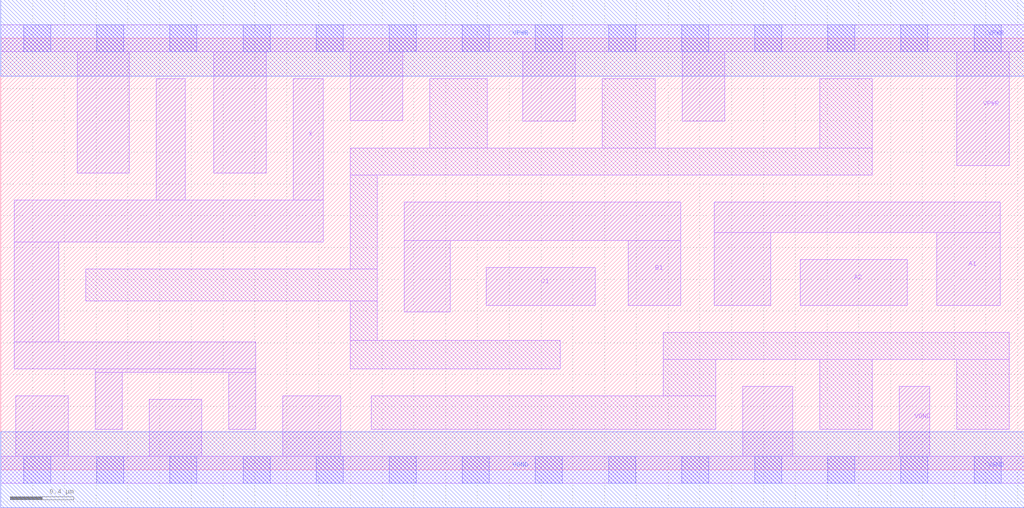
<source format=lef>
# Copyright 2020 The SkyWater PDK Authors
#
# Licensed under the Apache License, Version 2.0 (the "License");
# you may not use this file except in compliance with the License.
# You may obtain a copy of the License at
#
#     https://www.apache.org/licenses/LICENSE-2.0
#
# Unless required by applicable law or agreed to in writing, software
# distributed under the License is distributed on an "AS IS" BASIS,
# WITHOUT WARRANTIES OR CONDITIONS OF ANY KIND, either express or implied.
# See the License for the specific language governing permissions and
# limitations under the License.
#
# SPDX-License-Identifier: Apache-2.0

VERSION 5.7 ;
  NAMESCASESENSITIVE ON ;
  NOWIREEXTENSIONATPIN ON ;
  DIVIDERCHAR "/" ;
  BUSBITCHARS "[]" ;
UNITS
  DATABASE MICRONS 200 ;
END UNITS
MACRO sky130_fd_sc_hd__o211a_4
  CLASS CORE ;
  SOURCE USER ;
  FOREIGN sky130_fd_sc_hd__o211a_4 ;
  ORIGIN  0.000000  0.000000 ;
  SIZE  6.440000 BY  2.720000 ;
  SYMMETRY X Y R90 ;
  SITE unithd ;
  PIN A1
    ANTENNAGATEAREA  0.495000 ;
    DIRECTION INPUT ;
    USE SIGNAL ;
    PORT
      LAYER li1 ;
        RECT 4.490000 1.035000 4.845000 1.495000 ;
        RECT 4.490000 1.495000 6.290000 1.685000 ;
        RECT 5.890000 1.035000 6.290000 1.495000 ;
    END
  END A1
  PIN A2
    ANTENNAGATEAREA  0.495000 ;
    DIRECTION INPUT ;
    USE SIGNAL ;
    PORT
      LAYER li1 ;
        RECT 5.030000 1.035000 5.705000 1.325000 ;
    END
  END A2
  PIN B1
    ANTENNAGATEAREA  0.495000 ;
    DIRECTION INPUT ;
    USE SIGNAL ;
    PORT
      LAYER li1 ;
        RECT 2.540000 0.995000 2.830000 1.445000 ;
        RECT 2.540000 1.445000 4.280000 1.685000 ;
        RECT 3.950000 1.035000 4.280000 1.445000 ;
    END
  END B1
  PIN C1
    ANTENNAGATEAREA  0.495000 ;
    DIRECTION INPUT ;
    USE SIGNAL ;
    PORT
      LAYER li1 ;
        RECT 3.055000 1.035000 3.740000 1.275000 ;
    END
  END C1
  PIN X
    ANTENNADIFFAREA  0.911000 ;
    DIRECTION OUTPUT ;
    USE SIGNAL ;
    PORT
      LAYER li1 ;
        RECT 0.085000 0.635000 1.605000 0.805000 ;
        RECT 0.085000 0.805000 0.365000 1.435000 ;
        RECT 0.085000 1.435000 2.030000 1.700000 ;
        RECT 0.595000 0.255000 0.765000 0.615000 ;
        RECT 0.595000 0.615000 1.605000 0.635000 ;
        RECT 0.980000 1.700000 1.160000 2.465000 ;
        RECT 1.435000 0.255000 1.605000 0.615000 ;
        RECT 1.840000 1.700000 2.030000 2.465000 ;
    END
  END X
  PIN VGND
    DIRECTION INOUT ;
    SHAPE ABUTMENT ;
    USE GROUND ;
    PORT
      LAYER li1 ;
        RECT 0.000000 -0.085000 6.440000 0.085000 ;
        RECT 0.095000  0.085000 0.425000 0.465000 ;
        RECT 0.935000  0.085000 1.265000 0.445000 ;
        RECT 1.775000  0.085000 2.140000 0.465000 ;
        RECT 4.670000  0.085000 4.985000 0.525000 ;
        RECT 5.655000  0.085000 5.845000 0.525000 ;
      LAYER mcon ;
        RECT 0.145000 -0.085000 0.315000 0.085000 ;
        RECT 0.605000 -0.085000 0.775000 0.085000 ;
        RECT 1.065000 -0.085000 1.235000 0.085000 ;
        RECT 1.525000 -0.085000 1.695000 0.085000 ;
        RECT 1.985000 -0.085000 2.155000 0.085000 ;
        RECT 2.445000 -0.085000 2.615000 0.085000 ;
        RECT 2.905000 -0.085000 3.075000 0.085000 ;
        RECT 3.365000 -0.085000 3.535000 0.085000 ;
        RECT 3.825000 -0.085000 3.995000 0.085000 ;
        RECT 4.285000 -0.085000 4.455000 0.085000 ;
        RECT 4.745000 -0.085000 4.915000 0.085000 ;
        RECT 5.205000 -0.085000 5.375000 0.085000 ;
        RECT 5.665000 -0.085000 5.835000 0.085000 ;
        RECT 6.125000 -0.085000 6.295000 0.085000 ;
      LAYER met1 ;
        RECT 0.000000 -0.240000 6.440000 0.240000 ;
    END
  END VGND
  PIN VPWR
    DIRECTION INOUT ;
    SHAPE ABUTMENT ;
    USE POWER ;
    PORT
      LAYER li1 ;
        RECT 0.000000 2.635000 6.440000 2.805000 ;
        RECT 0.480000 1.870000 0.810000 2.635000 ;
        RECT 1.340000 1.870000 1.670000 2.635000 ;
        RECT 2.200000 2.200000 2.530000 2.635000 ;
        RECT 3.285000 2.195000 3.615000 2.635000 ;
        RECT 4.290000 2.195000 4.555000 2.635000 ;
        RECT 6.015000 1.915000 6.345000 2.635000 ;
      LAYER mcon ;
        RECT 0.145000 2.635000 0.315000 2.805000 ;
        RECT 0.605000 2.635000 0.775000 2.805000 ;
        RECT 1.065000 2.635000 1.235000 2.805000 ;
        RECT 1.525000 2.635000 1.695000 2.805000 ;
        RECT 1.985000 2.635000 2.155000 2.805000 ;
        RECT 2.445000 2.635000 2.615000 2.805000 ;
        RECT 2.905000 2.635000 3.075000 2.805000 ;
        RECT 3.365000 2.635000 3.535000 2.805000 ;
        RECT 3.825000 2.635000 3.995000 2.805000 ;
        RECT 4.285000 2.635000 4.455000 2.805000 ;
        RECT 4.745000 2.635000 4.915000 2.805000 ;
        RECT 5.205000 2.635000 5.375000 2.805000 ;
        RECT 5.665000 2.635000 5.835000 2.805000 ;
        RECT 6.125000 2.635000 6.295000 2.805000 ;
      LAYER met1 ;
        RECT 0.000000 2.480000 6.440000 2.960000 ;
    END
  END VPWR
  OBS
    LAYER li1 ;
      RECT 0.535000 1.065000 2.370000 1.265000 ;
      RECT 2.200000 0.635000 3.520000 0.815000 ;
      RECT 2.200000 0.815000 2.370000 1.065000 ;
      RECT 2.200000 1.265000 2.370000 1.855000 ;
      RECT 2.200000 1.855000 5.485000 2.025000 ;
      RECT 2.330000 0.255000 4.500000 0.465000 ;
      RECT 2.700000 2.025000 3.060000 2.465000 ;
      RECT 3.785000 2.025000 4.120000 2.465000 ;
      RECT 4.170000 0.465000 4.500000 0.695000 ;
      RECT 4.170000 0.695000 6.345000 0.865000 ;
      RECT 5.155000 0.255000 5.485000 0.695000 ;
      RECT 5.155000 2.025000 5.485000 2.465000 ;
      RECT 6.015000 0.255000 6.345000 0.695000 ;
  END
END sky130_fd_sc_hd__o211a_4
END LIBRARY

</source>
